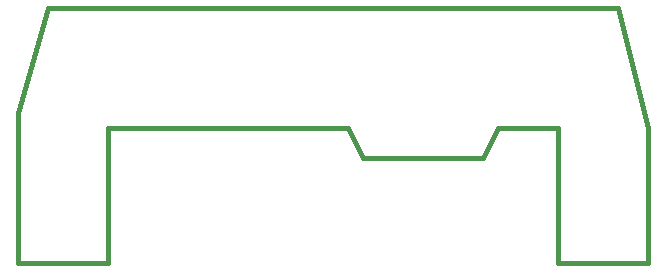
<source format=gko>
%FSLAX33Y33*%
%MOMM*%
%ADD10C,0.381*%
D10*
%LNpath-0*%
G01*
X0Y0D02*
X0Y12700D01*
X2540Y21590*
X50800Y21590*
X53340Y11430*
X53340Y0*
X45720Y0*
X45720Y11430*
X40640Y11430*
X39370Y8890*
X29210Y8890*
X27940Y11430*
X7620Y11430*
X7620Y0*
X0Y0*
%LNmechanical details_traces*%
M02*
</source>
